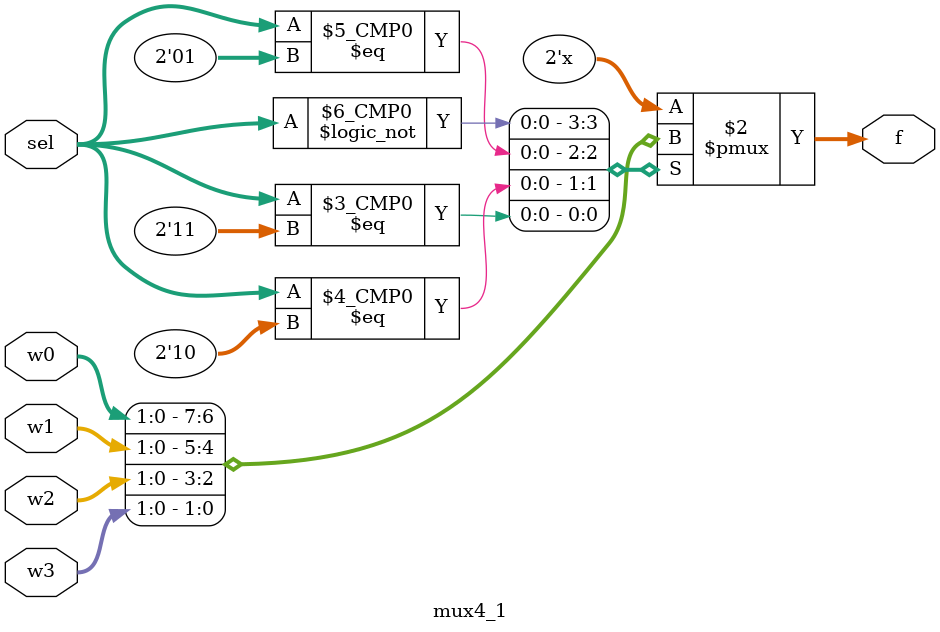
<source format=v>
module mux4_1 (
    sel ,f,w0,w1,w2,w3
);
parameter n=2;

input [n-1 :0] w0,w1,w2,w3;
input [1:0] sel; 
output reg [n-1 :0] f;


always @( *) begin
    case (sel)
        2'b00 : f=w0;
        2'b01 : f=w1;
        2'b10 : f=w2;
        2'b11 : f=w3;

        default :f=2'b0;
    endcase
end

endmodule //mux4_1
</source>
